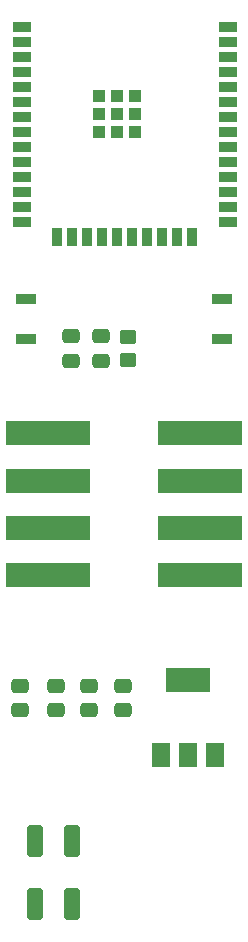
<source format=gtp>
%TF.GenerationSoftware,KiCad,Pcbnew,(6.0.2)*%
%TF.CreationDate,2022-02-19T19:11:57+01:00*%
%TF.ProjectId,hexalight,68657861-6c69-4676-9874-2e6b69636164,rev?*%
%TF.SameCoordinates,Original*%
%TF.FileFunction,Paste,Top*%
%TF.FilePolarity,Positive*%
%FSLAX46Y46*%
G04 Gerber Fmt 4.6, Leading zero omitted, Abs format (unit mm)*
G04 Created by KiCad (PCBNEW (6.0.2)) date 2022-02-19 19:11:57*
%MOMM*%
%LPD*%
G01*
G04 APERTURE LIST*
G04 Aperture macros list*
%AMRoundRect*
0 Rectangle with rounded corners*
0 $1 Rounding radius*
0 $2 $3 $4 $5 $6 $7 $8 $9 X,Y pos of 4 corners*
0 Add a 4 corners polygon primitive as box body*
4,1,4,$2,$3,$4,$5,$6,$7,$8,$9,$2,$3,0*
0 Add four circle primitives for the rounded corners*
1,1,$1+$1,$2,$3*
1,1,$1+$1,$4,$5*
1,1,$1+$1,$6,$7*
1,1,$1+$1,$8,$9*
0 Add four rect primitives between the rounded corners*
20,1,$1+$1,$2,$3,$4,$5,0*
20,1,$1+$1,$4,$5,$6,$7,0*
20,1,$1+$1,$6,$7,$8,$9,0*
20,1,$1+$1,$8,$9,$2,$3,0*%
G04 Aperture macros list end*
%ADD10RoundRect,0.250000X0.450000X-0.350000X0.450000X0.350000X-0.450000X0.350000X-0.450000X-0.350000X0*%
%ADD11R,1.700000X0.900000*%
%ADD12R,1.500000X2.000000*%
%ADD13R,3.800000X2.000000*%
%ADD14R,1.500000X0.900000*%
%ADD15R,0.900000X1.500000*%
%ADD16R,1.050000X1.050000*%
%ADD17RoundRect,0.250000X0.412500X1.100000X-0.412500X1.100000X-0.412500X-1.100000X0.412500X-1.100000X0*%
%ADD18RoundRect,0.250000X-0.475000X0.337500X-0.475000X-0.337500X0.475000X-0.337500X0.475000X0.337500X0*%
%ADD19R,7.100000X2.000000*%
%ADD20RoundRect,0.250000X0.475000X-0.337500X0.475000X0.337500X-0.475000X0.337500X-0.475000X-0.337500X0*%
G04 APERTURE END LIST*
D10*
X148590000Y-73898000D03*
X148590000Y-71898000D03*
D11*
X139954000Y-72058000D03*
X139954000Y-68658000D03*
D12*
X151370000Y-107290000D03*
D13*
X153670000Y-100990000D03*
D12*
X153670000Y-107290000D03*
X155970000Y-107290000D03*
D14*
X139586000Y-45695000D03*
X139586000Y-46965000D03*
X139586000Y-48235000D03*
X139586000Y-49505000D03*
X139586000Y-50775000D03*
X139586000Y-52045000D03*
X139586000Y-53315000D03*
X139586000Y-54585000D03*
X139586000Y-55855000D03*
X139586000Y-57125000D03*
X139586000Y-58395000D03*
X139586000Y-59665000D03*
X139586000Y-60935000D03*
X139586000Y-62205000D03*
D15*
X142616000Y-63455000D03*
X143886000Y-63455000D03*
X145156000Y-63455000D03*
X146426000Y-63455000D03*
X147696000Y-63455000D03*
X148966000Y-63455000D03*
X150236000Y-63455000D03*
X151506000Y-63455000D03*
X152776000Y-63455000D03*
X154046000Y-63455000D03*
D14*
X157086000Y-62205000D03*
X157086000Y-60935000D03*
X157086000Y-59665000D03*
X157086000Y-58395000D03*
X157086000Y-57125000D03*
X157086000Y-55855000D03*
X157086000Y-54585000D03*
X157086000Y-53315000D03*
X157086000Y-52045000D03*
X157086000Y-50775000D03*
X157086000Y-49505000D03*
X157086000Y-48235000D03*
X157086000Y-46965000D03*
X157086000Y-45695000D03*
D16*
X149181000Y-53035000D03*
X149181000Y-51510000D03*
X146131000Y-53035000D03*
X146131000Y-51510000D03*
X147656000Y-51510000D03*
X149181000Y-54560000D03*
X146131000Y-54560000D03*
X147656000Y-54560000D03*
X147656000Y-53035000D03*
D11*
X156591000Y-72058000D03*
X156591000Y-68658000D03*
D17*
X143851500Y-114554000D03*
X140726500Y-114554000D03*
D18*
X142494000Y-101451500D03*
X142494000Y-103526500D03*
D19*
X154686000Y-80074000D03*
X154686000Y-84074000D03*
X154686000Y-88074000D03*
X154686000Y-92074000D03*
X141813000Y-92070000D03*
X141813000Y-88070000D03*
X141813000Y-84070000D03*
X141813000Y-80070000D03*
D20*
X146304000Y-73935500D03*
X146304000Y-71860500D03*
X143764000Y-73935500D03*
X143764000Y-71860500D03*
X139470000Y-103526500D03*
X139470000Y-101451500D03*
D17*
X143851500Y-119888000D03*
X140726500Y-119888000D03*
D18*
X148209000Y-101451500D03*
X148209000Y-103526500D03*
D20*
X145288000Y-103524500D03*
X145288000Y-101449500D03*
M02*

</source>
